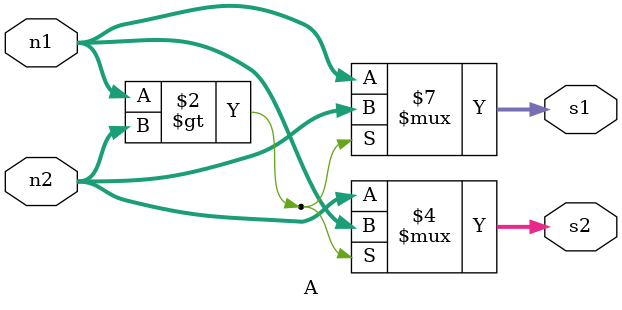
<source format=v>
module A(n1, n2, s1, s2);

	input [1:0] n1;
	input [1:0] n2;
	output [1:0] s1;
	output [1:0] s2;

	reg [1:0] s1;
	reg [1:0] s2;

	always @* 
		begin
			if (n1>n2)
				begin
					s1 = n2;
					s2 = n1;
				end
			else
				begin
					s1 = n1;
					s2 = n2;
				end
		end

endmodule

</source>
